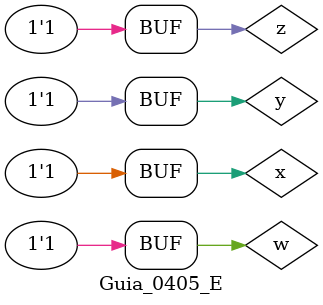
<source format=v>
/**
 * @file Guia_0405_E.v
 * @author 784778 - Wallace Freitas Oliveira (https://github.com/Olivwallace)
 * @brief Guia 04 Exercicio 05 - Arquitetura de Computadores I (PUC-Minas 1°/2023)
 * @date 03-03-2023
 */

`timescale 1ps/1ps
 `include "Guia_0405.v"

 module Guia_0405_E;
    reg x, y, w, z;
    wire s1, s2;

    //Instanciamento
    Questao_E E (s1, s2, x, y, w, z);

    //Inicializacao de Valores
    initial begin
        x = 1'b0; y = 1'b0; w=1'b0; z = 1'b0;
    end

    //Principal
    initial begin : main
        
        
        $display("Teste Guia_0405 - Expressao Booleana - E");

        //Monitoramento
        $display("|  x  y  w  z |  (SoP) |  (PoS) |");
        $monitor("| %2b %2b %2b %2b |   %2b   |   %2b   |", x, y, w, z, s1, s2);

        //Sinalizacao
        #1 x=0; y=0; w=0; z=0; //0
        #1 x=0; y=0; w=0; z=1; //1
        #1 x=0; y=0; w=1; z=0; //2
        #1 x=0; y=0; w=1; z=1; //3
        #1 x=0; y=1; w=0; z=0; //4
        #1 x=0; y=1; w=0; z=1; //5
        #1 x=0; y=1; w=1; z=0; //6
        #1 x=0; y=1; w=1; z=1; //7
        #1 x=1; y=0; w=0; z=0; //8
        #1 x=1; y=0; w=0; z=1; //9
        #1 x=1; y=0; w=1; z=0; //A
        #1 x=1; y=0; w=1; z=1; //B
        #1 x=1; y=1; w=0; z=0; //C
        #1 x=1; y=1; w=0; z=1; //D
        #1 x=1; y=1; w=1; z=0; //E
        #1 x=1; y=1; w=1; z=1; //F
    end

 endmodule
</source>
